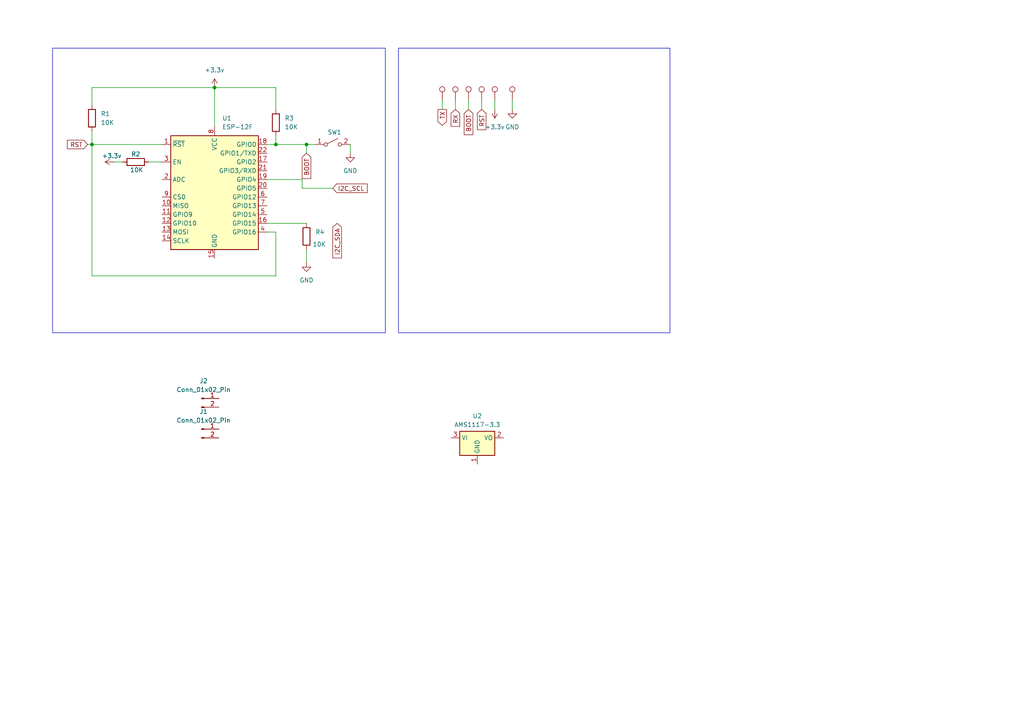
<source format=kicad_sch>
(kicad_sch (version 20231120) (generator "eeschema") (generator_version "8.0")
  (paper "A4")
  (lib_symbols
    (symbol "Connector:Conn_01x02_Pin" (pin_names (offset 1.016) hide)
      (property "Reference" "J" (at 0 2.54 0))
      (property "Value" "Conn_01x02_Pin" (at 0 -5.08 0))
      (symbol "Conn_01x02_Pin_1_1"
        (polyline (pts (xy 1.27 -2.54) (xy 0.8636 -2.54)) (stroke (width 0.1524)))
        (polyline (pts (xy 1.27 0) (xy 0.8636 0)) (stroke (width 0.1524)))
        (rectangle (start 0.8636 -2.413) (end 0 -2.667) (stroke (width 0.1524)) (fill (type outline)))
        (rectangle (start 0.8636 0.127) (end 0 -0.127) (stroke (width 0.1524)) (fill (type outline)))
        (pin passive line (at 5.08 0 180) (length 3.81) (name "Pin_1") (number "1"))
        (pin passive line (at 5.08 -2.54 180) (length 3.81) (name "Pin_2") (number "2"))
      )
    )
    (symbol "Connector:TestPoint" (pin_numbers hide) (pin_names (offset 0.762) hide)
      (property "Reference" "TP" (at 0 6.858 0))
      (property "Value" "TestPoint" (at 0 5.08 0))
      (symbol "TestPoint_0_1"
        (circle (center 0 3.302) (radius 0.762))
      )
      (symbol "TestPoint_1_1"
        (pin passive line (at 0 0 90) (length 2.54) (name "1") (number "1"))
      )
    )
    (symbol "Device:R" (pin_numbers hide) (pin_names (offset 0))
      (property "Reference" "R" (at 2.032 0 90))
      (property "Value" "R" (at 0 0 90))
      (symbol "R_0_1"
        (rectangle (start -1.016 -2.54) (end 1.016 2.54) (stroke (width 0.254)))
      )
      (symbol "R_1_1"
        (pin passive line (at 0 3.81 270) (length 1.27) (name "~") (number "1"))
        (pin passive line (at 0 -3.81 90) (length 1.27) (name "~") (number "2"))
      )
    )
    (symbol "RF_Module:ESP-12F"
      (property "Reference" "U" (at -12.7 19.05 0))
      (property "Value" "ESP-12F" (at 12.7 19.05 0))
      (symbol "ESP-12F_0_1"
        (rectangle (start -12.7 17.78) (end 12.7 -15.24) (stroke (width 0.254)) (fill (type background)))
      )
      (symbol "ESP-12F_1_1"
        (pin input line (at -15.24 15.24 0) (length 2.54) (name "~{RST}") (number "1"))
        (pin bidirectional line (at -15.24 -2.54 0) (length 2.54) (name "MISO") (number "10"))
        (pin bidirectional line (at -15.24 -5.08 0) (length 2.54) (name "GPIO9") (number "11"))
        (pin bidirectional line (at -15.24 -7.62 0) (length 2.54) (name "GPIO10") (number "12"))
        (pin bidirectional line (at -15.24 -10.16 0) (length 2.54) (name "MOSI") (number "13"))
        (pin bidirectional line (at -15.24 -12.7 0) (length 2.54) (name "SCLK") (number "14"))
        (pin power_in line (at 0 -17.78 90) (length 2.54) (name "GND") (number "15"))
        (pin bidirectional line (at 15.24 -7.62 180) (length 2.54) (name "GPIO15") (number "16"))
        (pin bidirectional line (at 15.24 10.16 180) (length 2.54) (name "GPIO2") (number "17"))
        (pin bidirectional line (at 15.24 15.24 180) (length 2.54) (name "GPIO0") (number "18"))
        (pin bidirectional line (at 15.24 5.08 180) (length 2.54) (name "GPIO4") (number "19"))
        (pin input line (at -15.24 5.08 0) (length 2.54) (name "ADC") (number "2"))
        (pin bidirectional line (at 15.24 2.54 180) (length 2.54) (name "GPIO5") (number "20"))
        (pin bidirectional line (at 15.24 7.62 180) (length 2.54) (name "GPIO3/RXD") (number "21"))
        (pin bidirectional line (at 15.24 12.7 180) (length 2.54) (name "GPIO1/TXD") (number "22"))
        (pin input line (at -15.24 10.16 0) (length 2.54) (name "EN") (number "3"))
        (pin bidirectional line (at 15.24 -10.16 180) (length 2.54) (name "GPIO16") (number "4"))
        (pin bidirectional line (at 15.24 -5.08 180) (length 2.54) (name "GPIO14") (number "5"))
        (pin bidirectional line (at 15.24 0 180) (length 2.54) (name "GPIO12") (number "6"))
        (pin bidirectional line (at 15.24 -2.54 180) (length 2.54) (name "GPIO13") (number "7"))
        (pin power_in line (at 0 20.32 270) (length 2.54) (name "VCC") (number "8"))
        (pin input line (at -15.24 0 0) (length 2.54) (name "CS0") (number "9"))
      )
    )
    (symbol "Regulator_Linear:AMS1117-3.3"
      (property "Reference" "U" (at -3.81 3.175 0))
      (property "Value" "AMS1117-3.3" (at 0 3.175 0))
      (symbol "AMS1117-3.3_0_1"
        (rectangle (start -5.08 -5.08) (end 5.08 1.905) (stroke (width 0.254)) (fill (type background)))
      )
      (symbol "AMS1117-3.3_1_1"
        (pin power_in line (at 0 -7.62 90) (length 2.54) (name "GND") (number "1"))
        (pin power_out line (at 7.62 0 180) (length 2.54) (name "VO") (number "2"))
        (pin power_in line (at -7.62 0 0) (length 2.54) (name "VI") (number "3"))
      )
    )
    (symbol "Switch:SW_SPST" (pin_names (offset 0) hide)
      (property "Reference" "SW" (at 0 3.175 0))
      (property "Value" "SW_SPST" (at 0 -2.54 0))
      (symbol "SW_SPST_0_0"
        (circle (center -2.032 0) (radius 0.508))
        (polyline (pts (xy -1.524 0.254) (xy 1.524 1.778)))
        (circle (center 2.032 0) (radius 0.508))
      )
      (symbol "SW_SPST_1_1"
        (pin passive line (at -5.08 0 0) (length 2.54) (name "A") (number "1"))
        (pin passive line (at 5.08 0 180) (length 2.54) (name "B") (number "2"))
      )
    )
    (symbol "power:GND" (power) (pin_numbers hide) (pin_names (offset 0) hide)
      (property "Value" "GND" (at 0 -3.81 0))
      (symbol "GND_0_1"
        (polyline (pts (xy 0 0) (xy 0 -1.27) (xy 1.27 -1.27) (xy 0 -2.54) (xy -1.27 -1.27) (xy 0 -1.27)))
      )
      (symbol "GND_1_1"
        (pin power_in line (at 0 0 270) (length 0) (name "~") (number "1"))
      )
    )
    (symbol "power:VCC" (power) (pin_numbers hide) (pin_names (offset 0) hide)
      (property "Value" "VCC" (at 0 3.556 0))
      (symbol "VCC_0_1"
        (polyline (pts (xy -0.762 1.27) (xy 0 2.54)))
        (polyline (pts (xy 0 0) (xy 0 2.54)))
        (polyline (pts (xy 0 2.54) (xy 0.762 1.27)))
      )
      (symbol "VCC_1_1"
        (pin power_in line (at 0 0 90) (length 0) (name "~") (number "1"))
      )
    )
  )
  (junction (at 88.9 41.91))
  (junction (at 80.01 41.91))
  (junction (at 26.67 41.91))
  (junction (at 62.23 25.4))
  (wire (pts (xy 128.27 29.21) (xy 128.27 31.75)))
  (wire (pts (xy 26.67 38.1) (xy 26.67 41.91)))
  (wire (pts (xy 88.9 44.45) (xy 88.9 41.91)))
  (wire (pts (xy 80.01 31.75) (xy 80.01 25.4)))
  (wire (pts (xy 148.59 29.21) (xy 148.59 31.75)))
  (wire (pts (xy 26.67 30.48) (xy 26.67 25.4)))
  (wire (pts (xy 62.23 25.4) (xy 80.01 25.4)))
  (wire (pts (xy 25.4 41.91) (xy 26.67 41.91)))
  (wire (pts (xy 143.51 29.21) (xy 143.51 31.75)))
  (wire (pts (xy 26.67 41.91) (xy 46.99 41.91)))
  (wire (pts (xy 139.7 29.21) (xy 139.7 31.75)))
  (wire (pts (xy 88.9 41.91) (xy 91.44 41.91)))
  (wire (pts (xy 33.02 46.99) (xy 35.56 46.99)))
  (wire (pts (xy 77.47 64.77) (xy 88.9 64.77)))
  (wire (pts (xy 26.67 80.01) (xy 26.67 41.91)))
  (wire (pts (xy 77.47 52.07) (xy 87.63 52.07)))
  (wire (pts (xy 43.18 46.99) (xy 46.99 46.99)))
  (wire (pts (xy 132.08 29.21) (xy 132.08 31.75)))
  (wire (pts (xy 62.23 25.4) (xy 62.23 36.83)))
  (wire (pts (xy 87.63 54.61) (xy 96.52 54.61)))
  (wire (pts (xy 80.01 80.01) (xy 26.67 80.01)))
  (wire (pts (xy 88.9 41.91) (xy 80.01 41.91)))
  (wire (pts (xy 77.47 41.91) (xy 80.01 41.91)))
  (wire (pts (xy 135.89 29.21) (xy 135.89 31.75)))
  (wire (pts (xy 87.63 52.07) (xy 87.63 54.61)))
  (wire (pts (xy 77.47 67.31) (xy 80.01 67.31)))
  (wire (pts (xy 101.6 41.91) (xy 101.6 44.45)))
  (wire (pts (xy 80.01 67.31) (xy 80.01 80.01)))
  (wire (pts (xy 88.9 72.39) (xy 88.9 76.2)))
  (wire (pts (xy 26.67 25.4) (xy 62.23 25.4)))
  (wire (pts (xy 80.01 39.37) (xy 80.01 41.91)))
  (rectangle (start 115.57 13.97) (end 194.31 96.52))
  (rectangle (start 15.24 13.97) (end 111.76 96.52))
  (global_label "BOOT" (shape input) (at 135.89 31.75 270) (property "Intersheetrefs" "${INTERSHEET_REFS}" (effects (hide yes))))
  (global_label "RST" (shape input) (at 25.4 41.91 180) (property "Intersheetrefs" "${INTERSHEET_REFS}" (effects (hide yes))))
  (global_label "I2C_SCL" (shape input) (at 96.52 54.61 0) (property "Intersheetrefs" "${INTERSHEET_REFS}" (effects (hide yes))))
  (global_label "TX" (shape output) (at 128.27 31.75 270) (property "Intersheetrefs" "${INTERSHEET_REFS}" (effects (hide yes))))
  (global_label "RX" (shape input) (at 132.08 31.75 270) (property "Intersheetrefs" "${INTERSHEET_REFS}" (effects (hide yes))))
  (global_label "RST" (shape input) (at 139.7 31.75 270) (property "Intersheetrefs" "${INTERSHEET_REFS}" (effects (hide yes))))
  (global_label "I2C_SDA" (shape input) (at 97.79 64.77 270) (property "Intersheetrefs" "${INTERSHEET_REFS}" (effects (hide yes))))
  (global_label "BOOT" (shape input) (at 88.9 44.45 270) (property "Intersheetrefs" "${INTERSHEET_REFS}" (effects (hide yes))))
  (symbol (lib_id "power:VCC") (at 143.51 31.75 180) (unit 1)
    (property "Reference" "#PWR05" (effects (hide yes)))
    (property "Value" "+3.3v" (at 143.51 36.83 0))
    (property "Description" "Power symbol creates a global label with name \"VCC\"" (effects (hide yes)))
  )
  (symbol (lib_id "power:GND") (at 101.6 44.45 0) (unit 1)
    (property "Reference" "#PWR03" (effects (hide yes)))
    (property "Value" "GND" (at 101.6 49.53 0))
    (property "Description" "Power symbol creates a global label with name \"GND\" , ground" (effects (hide yes)))
  )
  (symbol (lib_id "Connector:Conn_01x02_Pin") (at 58.42 124.46 0) (unit 1)
    (property "Reference" "J1" (at 59.055 119.38 0))
    (property "Value" "Conn_01x02_Pin" (at 59.055 121.92 0))
    (property "Footprint" "Connector_JST:JST_EH_B2B-EH-A_1x02_P2.50mm_Vertical" (effects (hide yes)))
    (property "Description" "Generic connector, single row, 01x02, script generated" (effects (hide yes)))
  )
  (symbol (lib_id "Regulator_Linear:AMS1117-3.3") (at 138.43 127 0) (unit 1)
    (property "Reference" "U2" (at 138.43 120.65 0))
    (property "Value" "AMS1117-3.3" (at 138.43 123.19 0))
    (property "Footprint" "Package_TO_SOT_SMD:SOT-223-3_TabPin2" (effects (hide yes)))
    (property "Datasheet" "http://www.advanced-monolithic.com/pdf/ds1117.pdf" (effects (hide yes)))
    (property "Description" "1A Low Dropout regulator, positive, 3.3V fixed output, SOT-223" (effects (hide yes)))
  )
  (symbol (lib_id "Device:R") (at 26.67 34.29 0) (unit 1)
    (property "Reference" "R1" (at 29.21 33.0199 0) (effects (justify left)))
    (property "Value" "10K" (at 29.21 35.5599 0) (effects (justify left)))
    (property "Footprint" "Resistor_SMD:R_0603_1608Metric" (effects (hide yes)))
    (property "Description" "Resistor" (effects (hide yes)))
  )
  (symbol (lib_id "Connector:TestPoint") (at 148.59 29.21 0) (unit 1)
    (property "Reference" "TP6" (effects (hide yes)))
    (property "Value" "TestPoint" (effects (hide yes)))
    (property "Footprint" "TestPoint:TestPoint_Pad_D1.5mm" (effects (hide yes)))
    (property "Description" "test point" (effects (hide yes)))
  )
  (symbol (lib_id "RF_Module:ESP-12F") (at 62.23 57.15 0) (unit 1)
    (property "Reference" "U1" (at 64.4241 34.29 0) (effects (justify left)))
    (property "Value" "ESP-12F" (at 64.4241 36.83 0) (effects (justify left)))
    (property "Footprint" "RF_Module:ESP-12E" (effects (hide yes)))
    (property "Datasheet" "http://wiki.ai-thinker.com/_media/esp8266/esp8266_series_modules_user_manual_v1.1.pdf" (effects (hide yes)))
    (property "Description" "802.11 b/g/n Wi-Fi Module" (effects (hide yes)))
  )
  (symbol (lib_id "power:GND") (at 148.59 31.75 0) (unit 1)
    (property "Reference" "#PWR06" (effects (hide yes)))
    (property "Value" "GND" (at 148.59 36.83 0))
    (property "Description" "Power symbol creates a global label with name \"GND\" , ground" (effects (hide yes)))
  )
  (symbol (lib_id "power:VCC") (at 33.02 46.99 90) (unit 1)
    (property "Reference" "#PWR02" (effects (hide yes)))
    (property "Value" "+3.3v" (at 35.306 45.212 90) (effects (justify left)))
    (property "Description" "Power symbol creates a global label with name \"VCC\"" (effects (hide yes)))
  )
  (symbol (lib_id "Connector:TestPoint") (at 135.89 29.21 0) (unit 1)
    (property "Reference" "TP3" (effects (hide yes)))
    (property "Value" "TestPoint" (effects (hide yes)))
    (property "Footprint" "TestPoint:TestPoint_Pad_D1.5mm" (effects (hide yes)))
    (property "Description" "test point" (effects (hide yes)))
  )
  (symbol (lib_id "Device:R") (at 88.9 68.58 0) (unit 1)
    (property "Reference" "R4" (at 91.44 67.3099 0) (effects (justify left)))
    (property "Value" "10K" (at 90.678 70.866 0) (effects (justify left)))
    (property "Footprint" "Resistor_SMD:R_0603_1608Metric" (effects (hide yes)))
    (property "Description" "Resistor" (effects (hide yes)))
  )
  (symbol (lib_id "power:GND") (at 88.9 76.2 0) (unit 1)
    (property "Reference" "#PWR04" (effects (hide yes)))
    (property "Value" "GND" (at 88.9 81.28 0))
    (property "Description" "Power symbol creates a global label with name \"GND\" , ground" (effects (hide yes)))
  )
  (symbol (lib_id "Connector:TestPoint") (at 132.08 29.21 0) (unit 1)
    (property "Reference" "TP2" (effects (hide yes)))
    (property "Value" "TestPoint" (effects (hide yes)))
    (property "Footprint" "TestPoint:TestPoint_Pad_D1.5mm" (effects (hide yes)))
    (property "Description" "test point" (effects (hide yes)))
  )
  (symbol (lib_id "Device:R") (at 80.01 35.56 180) (unit 1)
    (property "Reference" "R3" (at 82.55 34.2899 0) (effects (justify right)))
    (property "Value" "10K" (at 82.55 36.8299 0) (effects (justify right)))
    (property "Footprint" "Resistor_SMD:R_0603_1608Metric" (effects (hide yes)))
    (property "Description" "Resistor" (effects (hide yes)))
  )
  (symbol (lib_id "Device:R") (at 39.37 46.99 90) (unit 1)
    (property "Reference" "R2" (at 39.37 44.704 90))
    (property "Value" "10K" (at 39.624 49.276 90))
    (property "Footprint" "Resistor_SMD:R_0603_1608Metric" (effects (hide yes)))
    (property "Description" "Resistor" (effects (hide yes)))
  )
  (symbol (lib_id "Connector:TestPoint") (at 128.27 29.21 0) (unit 1)
    (property "Reference" "TP1" (effects (hide yes)))
    (property "Value" "TestPoint" (effects (hide yes)))
    (property "Footprint" "TestPoint:TestPoint_Pad_D1.5mm" (effects (hide yes)))
    (property "Description" "test point" (effects (hide yes)))
  )
  (symbol (lib_id "Switch:SW_SPST") (at 96.52 41.91 0) (unit 1)
    (property "Reference" "SW1" (at 97.028 38.354 0))
    (property "Value" "SW_SPST" (effects (hide yes)))
    (property "Footprint" "Button_Switch_SMD:SW_SPST_CK_RS282G05A3" (effects (hide yes)))
    (property "Description" "Single Pole Single Throw (SPST) switch" (effects (hide yes)))
  )
  (symbol (lib_id "Connector:TestPoint") (at 139.7 29.21 0) (unit 1)
    (property "Reference" "TP4" (effects (hide yes)))
    (property "Value" "TestPoint" (effects (hide yes)))
    (property "Footprint" "TestPoint:TestPoint_Pad_D1.5mm" (effects (hide yes)))
    (property "Description" "test point" (effects (hide yes)))
  )
  (symbol (lib_id "Connector:TestPoint") (at 143.51 29.21 0) (unit 1)
    (property "Reference" "TP5" (effects (hide yes)))
    (property "Value" "TestPoint" (effects (hide yes)))
    (property "Footprint" "TestPoint:TestPoint_Pad_D1.5mm" (effects (hide yes)))
    (property "Description" "test point" (effects (hide yes)))
  )
  (symbol (lib_id "power:VCC") (at 62.23 25.4 0) (unit 1)
    (property "Reference" "#PWR01" (effects (hide yes)))
    (property "Value" "+3.3v" (at 62.23 20.32 0))
    (property "Description" "Power symbol creates a global label with name \"VCC\"" (effects (hide yes)))
  )
  (symbol (lib_id "Connector:Conn_01x02_Pin") (at 58.42 115.57 0) (unit 1)
    (property "Reference" "J2" (at 59.055 110.49 0))
    (property "Value" "Conn_01x02_Pin" (at 59.055 113.03 0))
    (property "Footprint" "Connector_JST:JST_EH_B2B-EH-A_1x02_P2.50mm_Vertical" (effects (hide yes)))
    (property "Description" "Generic connector, single row, 01x02, script generated" (effects (hide yes)))
  )
)
</source>
